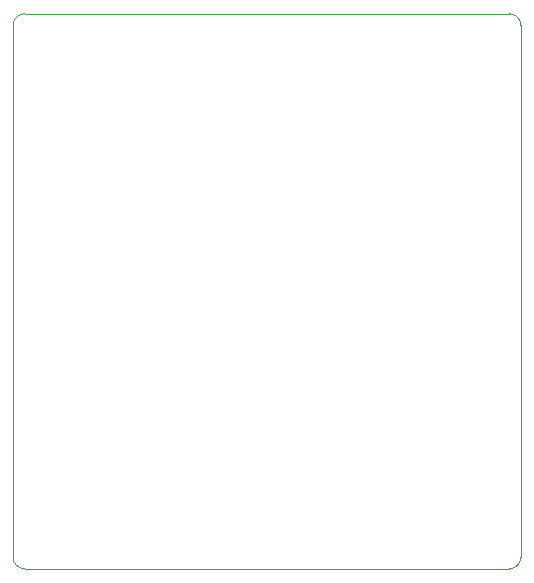
<source format=gbr>
%TF.GenerationSoftware,KiCad,Pcbnew,(5.1.12)-1*%
%TF.CreationDate,2024-08-07T21:15:05+08:00*%
%TF.ProjectId,BKL2xP,424b4c32-7850-42e6-9b69-6361645f7063,1.0*%
%TF.SameCoordinates,Original*%
%TF.FileFunction,Profile,NP*%
%FSLAX46Y46*%
G04 Gerber Fmt 4.6, Leading zero omitted, Abs format (unit mm)*
G04 Created by KiCad (PCBNEW (5.1.12)-1) date 2024-08-07 21:15:05*
%MOMM*%
%LPD*%
G01*
G04 APERTURE LIST*
%TA.AperFunction,Profile*%
%ADD10C,0.050000*%
%TD*%
G04 APERTURE END LIST*
D10*
X170500000Y-72500000D02*
G75*
G02*
X171500000Y-73500000I0J-1000000D01*
G01*
X171500000Y-118500000D02*
G75*
G02*
X170500000Y-119500000I-1000000J0D01*
G01*
X129500000Y-119500000D02*
G75*
G02*
X128500000Y-118500000I0J1000000D01*
G01*
X128500000Y-73500000D02*
G75*
G02*
X129500000Y-72500000I1000000J0D01*
G01*
X170500000Y-72500000D02*
X145500000Y-72500000D01*
X171500000Y-118500000D02*
X171500000Y-73500000D01*
X129500000Y-119500000D02*
X170500000Y-119500000D01*
X128500000Y-73500000D02*
X128500000Y-118500000D01*
X145500000Y-72500000D02*
X129500000Y-72500000D01*
M02*

</source>
